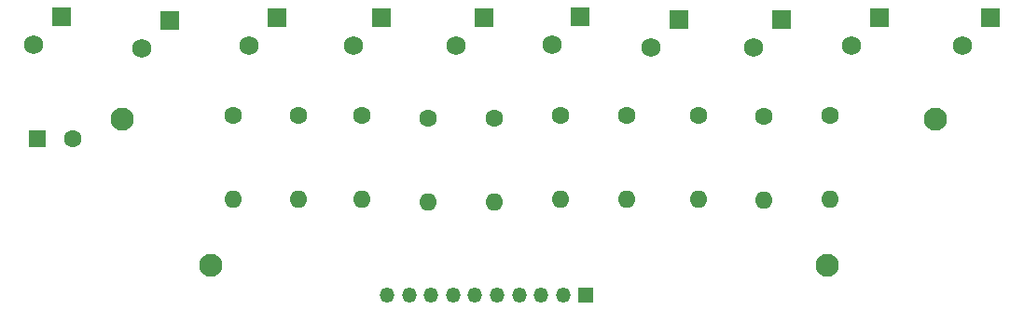
<source format=gbr>
%TF.GenerationSoftware,KiCad,Pcbnew,8.0.1*%
%TF.CreationDate,2025-12-08T14:47:00+00:00*%
%TF.ProjectId,Electric Field Detection LED Bar Circuit,456c6563-7472-4696-9320-4669656c6420,rev?*%
%TF.SameCoordinates,Original*%
%TF.FileFunction,Soldermask,Top*%
%TF.FilePolarity,Negative*%
%FSLAX46Y46*%
G04 Gerber Fmt 4.6, Leading zero omitted, Abs format (unit mm)*
G04 Created by KiCad (PCBNEW 8.0.1) date 2025-12-08 14:47:00*
%MOMM*%
%LPD*%
G01*
G04 APERTURE LIST*
%ADD10C,1.600000*%
%ADD11O,1.600000X1.600000*%
%ADD12R,1.750000X1.750000*%
%ADD13C,1.750000*%
%ADD14R,1.350000X1.350000*%
%ADD15O,1.350000X1.350000*%
%ADD16C,2.100000*%
%ADD17R,1.600000X1.600000*%
G04 APERTURE END LIST*
D10*
%TO.C,R5*%
X150750000Y-87440000D03*
D11*
X150750000Y-95060000D03*
%TD*%
D12*
%TO.C,D8*%
X152540000Y-78395639D03*
D13*
X150000000Y-80935639D03*
%TD*%
D12*
%TO.C,D9*%
X134525000Y-78500000D03*
D13*
X131985000Y-81040000D03*
%TD*%
D10*
%TO.C,R2*%
X169250000Y-87500000D03*
D11*
X169250000Y-95120000D03*
%TD*%
D12*
%TO.C,D6*%
X179750000Y-78500000D03*
D13*
X177210000Y-81040000D03*
%TD*%
D10*
%TO.C,R4*%
X156750000Y-87440000D03*
D11*
X156750000Y-95060000D03*
%TD*%
D14*
%TO.C,J1*%
X153000000Y-103750000D03*
D15*
X151000000Y-103750000D03*
X149000000Y-103750000D03*
X147000000Y-103750000D03*
X145000000Y-103750000D03*
X143000000Y-103750000D03*
X141000000Y-103750000D03*
X139000000Y-103750000D03*
X137000000Y-103750000D03*
X135000000Y-103750000D03*
%TD*%
D12*
%TO.C,D1*%
X170790000Y-78645639D03*
D13*
X168250000Y-81185639D03*
%TD*%
D10*
%TO.C,R3*%
X163250000Y-87380000D03*
D11*
X163250000Y-95000000D03*
%TD*%
D10*
%TO.C,R10*%
X121000000Y-87380000D03*
D11*
X121000000Y-95000000D03*
%TD*%
D12*
%TO.C,D4*%
X105500000Y-78435639D03*
D13*
X102960000Y-80975639D03*
%TD*%
D12*
%TO.C,D5*%
X189750000Y-78500000D03*
D13*
X187210000Y-81040000D03*
%TD*%
D10*
%TO.C,R8*%
X132750000Y-87440000D03*
D11*
X132750000Y-95060000D03*
%TD*%
D12*
%TO.C,D3*%
X125025000Y-78500000D03*
D13*
X122485000Y-81040000D03*
%TD*%
D16*
%TO.C,H2*%
X119000000Y-101000000D03*
%TD*%
%TO.C,H4*%
X111000000Y-87750000D03*
%TD*%
D10*
%TO.C,R9*%
X127000000Y-87440000D03*
D11*
X127000000Y-95060000D03*
%TD*%
D10*
%TO.C,R6*%
X144750000Y-87630000D03*
D11*
X144750000Y-95250000D03*
%TD*%
D12*
%TO.C,D2*%
X143775000Y-78500000D03*
D13*
X141235000Y-81040000D03*
%TD*%
D16*
%TO.C,H3*%
X184750000Y-87750000D03*
%TD*%
%TO.C,H1*%
X175000000Y-101000000D03*
%TD*%
D10*
%TO.C,R7*%
X138750000Y-87690000D03*
D11*
X138750000Y-95310000D03*
%TD*%
D17*
%TO.C,BZ1*%
X103250000Y-89500000D03*
D10*
X106450000Y-89500000D03*
%TD*%
%TO.C,R1*%
X175250000Y-87440000D03*
D11*
X175250000Y-95060000D03*
%TD*%
D12*
%TO.C,D10*%
X115275000Y-78750000D03*
D13*
X112735000Y-81290000D03*
%TD*%
D12*
%TO.C,D7*%
X161540000Y-78645639D03*
D13*
X159000000Y-81185639D03*
%TD*%
M02*

</source>
